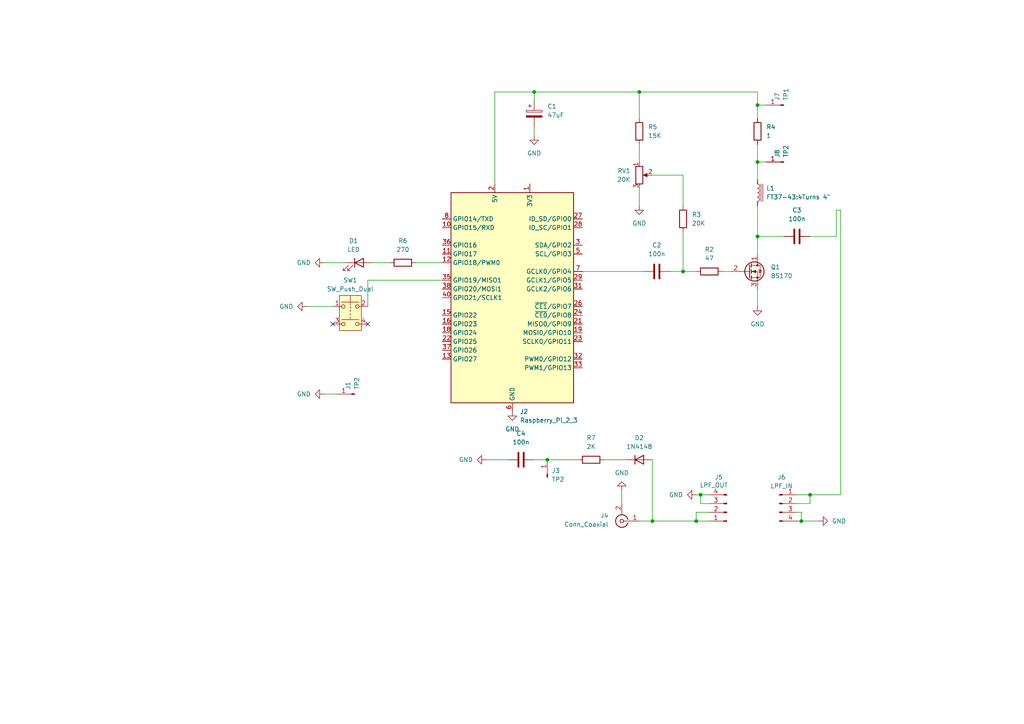
<source format=kicad_sch>
(kicad_sch (version 20231120) (generator "eeschema") (generator_version "8.0")
  (paper "A4")
  (lib_symbols
    (symbol "Connector:Conn_01x01_Pin" (pin_names (offset 1.016) hide)
      (property "Reference" "J" (at 0 2.54 0))
      (property "Value" "Conn_01x01_Pin" (at 0 -2.54 0))
      (symbol "Conn_01x01_Pin_1_1"
        (polyline (pts (xy 1.27 0) (xy 0.8636 0)) (stroke (width 0.1524)))
        (rectangle (start 0.8636 0.127) (end 0 -0.127) (stroke (width 0.1524)) (fill (type outline)))
        (pin passive line (at 5.08 0 180) (length 3.81) (name "Pin_1") (number "1"))
      )
    )
    (symbol "Connector:Conn_01x04_Pin" (pin_names (offset 1.016) hide)
      (property "Reference" "J" (at 0 5.08 0))
      (property "Value" "Conn_01x04_Pin" (at 0 -7.62 0))
      (symbol "Conn_01x04_Pin_1_1"
        (polyline (pts (xy 1.27 -5.08) (xy 0.8636 -5.08)) (stroke (width 0.1524)))
        (polyline (pts (xy 1.27 -2.54) (xy 0.8636 -2.54)) (stroke (width 0.1524)))
        (polyline (pts (xy 1.27 0) (xy 0.8636 0)) (stroke (width 0.1524)))
        (polyline (pts (xy 1.27 2.54) (xy 0.8636 2.54)) (stroke (width 0.1524)))
        (rectangle (start 0.8636 -4.953) (end 0 -5.207) (stroke (width 0.1524)) (fill (type outline)))
        (rectangle (start 0.8636 -2.413) (end 0 -2.667) (stroke (width 0.1524)) (fill (type outline)))
        (rectangle (start 0.8636 0.127) (end 0 -0.127) (stroke (width 0.1524)) (fill (type outline)))
        (rectangle (start 0.8636 2.667) (end 0 2.413) (stroke (width 0.1524)) (fill (type outline)))
        (pin passive line (at 5.08 2.54 180) (length 3.81) (name "Pin_1") (number "1"))
        (pin passive line (at 5.08 0 180) (length 3.81) (name "Pin_2") (number "2"))
        (pin passive line (at 5.08 -2.54 180) (length 3.81) (name "Pin_3") (number "3"))
        (pin passive line (at 5.08 -5.08 180) (length 3.81) (name "Pin_4") (number "4"))
      )
    )
    (symbol "Connector:Conn_Coaxial" (pin_names (offset 1.016) hide)
      (property "Reference" "J" (at 0.254 3.048 0))
      (property "Value" "Conn_Coaxial" (at 2.921 0 90))
      (symbol "Conn_Coaxial_0_1"
        (arc (start -1.778 -0.508) (mid 0.2311 -1.8066) (end 1.778 0) (stroke (width 0.254)))
        (polyline (pts (xy -2.54 0) (xy -0.508 0)))
        (polyline (pts (xy 0 -2.54) (xy 0 -1.778)))
        (circle (center 0 0) (radius 0.508) (stroke (width 0.2032)))
        (arc (start 1.778 0) (mid 0.2099 1.8101) (end -1.778 0.508) (stroke (width 0.254)))
      )
      (symbol "Conn_Coaxial_1_1"
        (pin passive line (at -5.08 0 0) (length 2.54) (name "In") (number "1"))
        (pin passive line (at 0 -5.08 90) (length 2.54) (name "Ext") (number "2"))
      )
    )
    (symbol "Connector:Raspberry_Pi_2_3"
      (property "Reference" "J" (at -17.78 31.75 0))
      (property "Value" "Raspberry_Pi_2_3" (at 10.16 -31.75 0))
      (symbol "Raspberry_Pi_2_3_0_1"
        (rectangle (start -17.78 30.48) (end 17.78 -30.48) (stroke (width 0.254)) (fill (type background)))
      )
      (symbol "Raspberry_Pi_2_3_1_1"
        (pin power_in line (at 5.08 33.02 270) (length 2.54) (name "3V3") (number "1"))
        (pin bidirectional line (at -20.32 20.32 0) (length 2.54) (name "GPIO15/RXD") (number "10"))
        (pin bidirectional line (at -20.32 12.7 0) (length 2.54) (name "GPIO17") (number "11"))
        (pin bidirectional line (at -20.32 10.16 0) (length 2.54) (name "GPIO18/PWM0") (number "12"))
        (pin bidirectional line (at -20.32 -17.78 0) (length 2.54) (name "GPIO27") (number "13"))
        (pin passive line (at 0 -33.02 90) (length 2.54) hide (name "GND") (number "14"))
        (pin bidirectional line (at -20.32 -5.08 0) (length 2.54) (name "GPIO22") (number "15"))
        (pin bidirectional line (at -20.32 -7.62 0) (length 2.54) (name "GPIO23") (number "16"))
        (pin passive line (at 5.08 33.02 270) (length 2.54) hide (name "3V3") (number "17"))
        (pin bidirectional line (at -20.32 -10.16 0) (length 2.54) (name "GPIO24") (number "18"))
        (pin bidirectional line (at 20.32 -10.16 180) (length 2.54) (name "MOSI0/GPIO10") (number "19"))
        (pin power_in line (at -5.08 33.02 270) (length 2.54) (name "5V") (number "2"))
        (pin passive line (at 0 -33.02 90) (length 2.54) hide (name "GND") (number "20"))
        (pin bidirectional line (at 20.32 -7.62 180) (length 2.54) (name "MISO0/GPIO9") (number "21"))
        (pin bidirectional line (at -20.32 -12.7 0) (length 2.54) (name "GPIO25") (number "22"))
        (pin bidirectional line (at 20.32 -12.7 180) (length 2.54) (name "SCLK0/GPIO11") (number "23"))
        (pin bidirectional line (at 20.32 -5.08 180) (length 2.54) (name "~{CE0}/GPIO8") (number "24"))
        (pin passive line (at 0 -33.02 90) (length 2.54) hide (name "GND") (number "25"))
        (pin bidirectional line (at 20.32 -2.54 180) (length 2.54) (name "~{CE1}/GPIO7") (number "26"))
        (pin bidirectional line (at 20.32 22.86 180) (length 2.54) (name "ID_SD/GPIO0") (number "27"))
        (pin bidirectional line (at 20.32 20.32 180) (length 2.54) (name "ID_SC/GPIO1") (number "28"))
        (pin bidirectional line (at 20.32 5.08 180) (length 2.54) (name "GCLK1/GPIO5") (number "29"))
        (pin bidirectional line (at 20.32 15.24 180) (length 2.54) (name "SDA/GPIO2") (number "3"))
        (pin passive line (at 0 -33.02 90) (length 2.54) hide (name "GND") (number "30"))
        (pin bidirectional line (at 20.32 2.54 180) (length 2.54) (name "GCLK2/GPIO6") (number "31"))
        (pin bidirectional line (at 20.32 -17.78 180) (length 2.54) (name "PWM0/GPIO12") (number "32"))
        (pin bidirectional line (at 20.32 -20.32 180) (length 2.54) (name "PWM1/GPIO13") (number "33"))
        (pin passive line (at 0 -33.02 90) (length 2.54) hide (name "GND") (number "34"))
        (pin bidirectional line (at -20.32 5.08 0) (length 2.54) (name "GPIO19/MISO1") (number "35"))
        (pin bidirectional line (at -20.32 15.24 0) (length 2.54) (name "GPIO16") (number "36"))
        (pin bidirectional line (at -20.32 -15.24 0) (length 2.54) (name "GPIO26") (number "37"))
        (pin bidirectional line (at -20.32 2.54 0) (length 2.54) (name "GPIO20/MOSI1") (number "38"))
        (pin passive line (at 0 -33.02 90) (length 2.54) hide (name "GND") (number "39"))
        (pin passive line (at -5.08 33.02 270) (length 2.54) hide (name "5V") (number "4"))
        (pin bidirectional line (at -20.32 0 0) (length 2.54) (name "GPIO21/SCLK1") (number "40"))
        (pin bidirectional line (at 20.32 12.7 180) (length 2.54) (name "SCL/GPIO3") (number "5"))
        (pin power_in line (at 0 -33.02 90) (length 2.54) (name "GND") (number "6"))
        (pin bidirectional line (at 20.32 7.62 180) (length 2.54) (name "GCLK0/GPIO4") (number "7"))
        (pin bidirectional line (at -20.32 22.86 0) (length 2.54) (name "GPIO14/TXD") (number "8"))
        (pin passive line (at 0 -33.02 90) (length 2.54) hide (name "GND") (number "9"))
      )
    )
    (symbol "Device:C" (pin_numbers hide) (pin_names (offset 0.254))
      (property "Reference" "C" (at 0.635 2.54 0))
      (property "Value" "C" (at 0.635 -2.54 0))
      (symbol "C_0_1"
        (polyline (pts (xy -2.032 -0.762) (xy 2.032 -0.762)) (stroke (width 0.508)))
        (polyline (pts (xy -2.032 0.762) (xy 2.032 0.762)) (stroke (width 0.508)))
      )
      (symbol "C_1_1"
        (pin passive line (at 0 3.81 270) (length 2.794) (name "~") (number "1"))
        (pin passive line (at 0 -3.81 90) (length 2.794) (name "~") (number "2"))
      )
    )
    (symbol "Device:C_Polarized" (pin_numbers hide) (pin_names (offset 0.254))
      (property "Reference" "C" (at 0.635 2.54 0))
      (property "Value" "C_Polarized" (at 0.635 -2.54 0))
      (symbol "C_Polarized_0_1"
        (rectangle (start -2.286 0.508) (end 2.286 1.016))
        (polyline (pts (xy -1.778 2.286) (xy -0.762 2.286)))
        (polyline (pts (xy -1.27 2.794) (xy -1.27 1.778)))
        (rectangle (start 2.286 -0.508) (end -2.286 -1.016) (fill (type outline)))
      )
      (symbol "C_Polarized_1_1"
        (pin passive line (at 0 3.81 270) (length 2.794) (name "~") (number "1"))
        (pin passive line (at 0 -3.81 90) (length 2.794) (name "~") (number "2"))
      )
    )
    (symbol "Device:LED" (pin_numbers hide) (pin_names (offset 1.016) hide)
      (property "Reference" "D" (at 0 2.54 0))
      (property "Value" "LED" (at 0 -2.54 0))
      (symbol "LED_0_1"
        (polyline (pts (xy -1.27 -1.27) (xy -1.27 1.27)) (stroke (width 0.254)))
        (polyline (pts (xy -1.27 0) (xy 1.27 0)))
        (polyline (pts (xy 1.27 -1.27) (xy 1.27 1.27) (xy -1.27 0) (xy 1.27 -1.27)) (stroke (width 0.254)))
        (polyline (pts (xy -3.048 -0.762) (xy -4.572 -2.286) (xy -3.81 -2.286) (xy -4.572 -2.286) (xy -4.572 -1.524)))
        (polyline (pts (xy -1.778 -0.762) (xy -3.302 -2.286) (xy -2.54 -2.286) (xy -3.302 -2.286) (xy -3.302 -1.524)))
      )
      (symbol "LED_1_1"
        (pin passive line (at -3.81 0 0) (length 2.54) (name "K") (number "1"))
        (pin passive line (at 3.81 0 180) (length 2.54) (name "A") (number "2"))
      )
    )
    (symbol "Device:L_Iron" (pin_numbers hide) (pin_names (offset 1.016) hide)
      (property "Reference" "L" (at -1.27 0 90))
      (property "Value" "L_Iron" (at 2.794 0 90))
      (symbol "L_Iron_0_1"
        (arc (start 0 -2.54) (mid 0.6323 -1.905) (end 0 -1.27))
        (arc (start 0 -1.27) (mid 0.6323 -0.635) (end 0 0))
        (polyline (pts (xy 1.016 2.54) (xy 1.016 -2.54)))
        (polyline (pts (xy 1.524 -2.54) (xy 1.524 2.54)))
        (arc (start 0 0) (mid 0.6323 0.635) (end 0 1.27))
        (arc (start 0 1.27) (mid 0.6323 1.905) (end 0 2.54))
      )
      (symbol "L_Iron_1_1"
        (pin passive line (at 0 3.81 270) (length 1.27) (name "1") (number "1"))
        (pin passive line (at 0 -3.81 90) (length 1.27) (name "2") (number "2"))
      )
    )
    (symbol "Device:R" (pin_numbers hide) (pin_names (offset 0))
      (property "Reference" "R" (at 2.032 0 90))
      (property "Value" "R" (at 0 0 90))
      (symbol "R_0_1"
        (rectangle (start -1.016 -2.54) (end 1.016 2.54) (stroke (width 0.254)))
      )
      (symbol "R_1_1"
        (pin passive line (at 0 3.81 270) (length 1.27) (name "~") (number "1"))
        (pin passive line (at 0 -3.81 90) (length 1.27) (name "~") (number "2"))
      )
    )
    (symbol "Device:R_Potentiometer" (pin_names (offset 1.016) hide)
      (property "Reference" "RV" (at -4.445 0 90))
      (property "Value" "R_Potentiometer" (at -2.54 0 90))
      (symbol "R_Potentiometer_0_1"
        (polyline (pts (xy 2.54 0) (xy 1.524 0)))
        (polyline (pts (xy 1.143 0) (xy 2.286 0.508) (xy 2.286 -0.508) (xy 1.143 0)) (fill (type outline)))
        (rectangle (start 1.016 2.54) (end -1.016 -2.54) (stroke (width 0.254)))
      )
      (symbol "R_Potentiometer_1_1"
        (pin passive line (at 0 3.81 270) (length 1.27) (name "1") (number "1"))
        (pin passive line (at 3.81 0 180) (length 1.27) (name "2") (number "2"))
        (pin passive line (at 0 -3.81 90) (length 1.27) (name "3") (number "3"))
      )
    )
    (symbol "Diode:1N4148" (pin_numbers hide) (pin_names hide)
      (property "Reference" "D" (at 0 2.54 0))
      (property "Value" "1N4148" (at 0 -2.54 0))
      (symbol "1N4148_0_1"
        (polyline (pts (xy -1.27 1.27) (xy -1.27 -1.27)) (stroke (width 0.254)))
        (polyline (pts (xy 1.27 0) (xy -1.27 0)))
        (polyline (pts (xy 1.27 1.27) (xy 1.27 -1.27) (xy -1.27 0) (xy 1.27 1.27)) (stroke (width 0.254)))
      )
      (symbol "1N4148_1_1"
        (pin passive line (at -3.81 0 0) (length 2.54) (name "K") (number "1"))
        (pin passive line (at 3.81 0 180) (length 2.54) (name "A") (number "2"))
      )
    )
    (symbol "Switch:SW_Push_Dual" (pin_names (offset 1.016) hide)
      (property "Reference" "SW" (at 0 7.62 0))
      (property "Value" "SW_Push_Dual" (at 0 -6.35 0))
      (symbol "SW_Push_Dual_0_1"
        (circle (center -2.032 -2.54) (radius 0.508))
        (circle (center -2.032 2.54) (radius 0.508))
        (polyline (pts (xy 0 -0.508) (xy 0 -1.016)))
        (polyline (pts (xy 0 0.508) (xy 0 0)))
        (polyline (pts (xy 0 1.016) (xy 0 1.524)))
        (polyline (pts (xy 0 2.032) (xy 0 2.54)))
        (polyline (pts (xy 0 3.048) (xy 0 3.556)))
        (polyline (pts (xy 0 3.81) (xy 0 5.588)))
        (polyline (pts (xy 2.54 -1.27) (xy -2.54 -1.27)))
        (polyline (pts (xy 2.54 3.81) (xy -2.54 3.81)))
        (circle (center 2.032 -2.54) (radius 0.508))
        (circle (center 2.032 2.54) (radius 0.508))
        (pin passive line (at -5.08 2.54 0) (length 2.54) (name "1") (number "1"))
        (pin passive line (at 5.08 2.54 180) (length 2.54) (name "2") (number "2"))
        (pin passive line (at -5.08 -2.54 0) (length 2.54) (name "3") (number "3"))
        (pin passive line (at 5.08 -2.54 180) (length 2.54) (name "4") (number "4"))
      )
      (symbol "SW_Push_Dual_1_1"
        (rectangle (start -3.175 5.715) (end 3.175 -4.445) (fill (type background)))
      )
    )
    (symbol "Transistor_FET:BS170" (pin_names hide)
      (property "Reference" "Q" (at 5.08 1.905 0))
      (property "Value" "BS170" (at 5.08 0 0))
      (symbol "BS170_0_1"
        (polyline (pts (xy 0.254 0) (xy -2.54 0)))
        (polyline (pts (xy 0.254 1.905) (xy 0.254 -1.905)) (stroke (width 0.254)))
        (polyline (pts (xy 0.762 -1.27) (xy 0.762 -2.286)) (stroke (width 0.254)))
        (polyline (pts (xy 0.762 0.508) (xy 0.762 -0.508)) (stroke (width 0.254)))
        (polyline (pts (xy 0.762 2.286) (xy 0.762 1.27)) (stroke (width 0.254)))
        (polyline (pts (xy 2.54 2.54) (xy 2.54 1.778)))
        (polyline (pts (xy 2.54 -2.54) (xy 2.54 0) (xy 0.762 0)))
        (polyline (pts (xy 0.762 -1.778) (xy 3.302 -1.778) (xy 3.302 1.778) (xy 0.762 1.778)))
        (polyline (pts (xy 1.016 0) (xy 2.032 0.381) (xy 2.032 -0.381) (xy 1.016 0)) (fill (type outline)))
        (polyline (pts (xy 2.794 0.508) (xy 2.921 0.381) (xy 3.683 0.381) (xy 3.81 0.254)))
        (polyline (pts (xy 3.302 0.381) (xy 2.921 -0.254) (xy 3.683 -0.254) (xy 3.302 0.381)))
        (circle (center 1.651 0) (radius 2.794) (stroke (width 0.254)))
        (circle (center 2.54 -1.778) (radius 0.254) (fill (type outline)))
        (circle (center 2.54 1.778) (radius 0.254) (fill (type outline)))
      )
      (symbol "BS170_1_1"
        (pin passive line (at 2.54 5.08 270) (length 2.54) (name "D") (number "1"))
        (pin input line (at -5.08 0 0) (length 2.54) (name "G") (number "2"))
        (pin passive line (at 2.54 -5.08 90) (length 2.54) (name "S") (number "3"))
      )
    )
    (symbol "power:GND" (power) (pin_numbers hide) (pin_names (offset 0) hide)
      (property "Value" "GND" (at 0 -3.81 0))
      (symbol "GND_0_1"
        (polyline (pts (xy 0 0) (xy 0 -1.27) (xy 1.27 -1.27) (xy 0 -2.54) (xy -1.27 -1.27) (xy 0 -1.27)))
      )
      (symbol "GND_1_1"
        (pin power_in line (at 0 0 270) (length 0) (name "~") (number "1"))
      )
    )
  )
  (junction (at 201.93 151.13))
  (junction (at 219.71 30.48))
  (junction (at 189.23 151.13))
  (junction (at 158.75 133.35))
  (junction (at 185.42 26.67))
  (junction (at 154.94 26.67))
  (junction (at 219.71 68.58))
  (junction (at 219.71 46.99))
  (junction (at 203.2 143.51))
  (junction (at 198.12 78.74))
  (junction (at 232.41 151.13))
  (junction (at 234.95 143.51))
  (no_connect (at 96.52 93.98))
  (no_connect (at 106.68 93.98))
  (wire (pts (xy 154.94 133.35) (xy 158.75 133.35)))
  (wire (pts (xy 205.74 146.05) (xy 203.2 146.05)))
  (wire (pts (xy 93.98 76.2) (xy 100.33 76.2)))
  (wire (pts (xy 242.57 60.96) (xy 243.84 60.96)))
  (wire (pts (xy 201.93 143.51) (xy 203.2 143.51)))
  (wire (pts (xy 205.74 148.59) (xy 201.93 148.59)))
  (wire (pts (xy 198.12 78.74) (xy 201.93 78.74)))
  (wire (pts (xy 219.71 26.67) (xy 185.42 26.67)))
  (wire (pts (xy 219.71 46.99) (xy 219.71 52.07)))
  (wire (pts (xy 198.12 50.8) (xy 198.12 59.69)))
  (wire (pts (xy 189.23 133.35) (xy 189.23 151.13)))
  (wire (pts (xy 189.23 151.13) (xy 201.93 151.13)))
  (wire (pts (xy 198.12 67.31) (xy 198.12 78.74)))
  (wire (pts (xy 185.42 26.67) (xy 185.42 34.29)))
  (wire (pts (xy 154.94 26.67) (xy 185.42 26.67)))
  (wire (pts (xy 219.71 68.58) (xy 219.71 73.66)))
  (wire (pts (xy 231.14 148.59) (xy 232.41 148.59)))
  (wire (pts (xy 219.71 46.99) (xy 222.25 46.99)))
  (wire (pts (xy 242.57 68.58) (xy 234.95 68.58)))
  (wire (pts (xy 243.84 60.96) (xy 243.84 143.51)))
  (wire (pts (xy 232.41 151.13) (xy 237.49 151.13)))
  (wire (pts (xy 234.95 146.05) (xy 234.95 143.51)))
  (wire (pts (xy 219.71 41.91) (xy 219.71 46.99)))
  (wire (pts (xy 88.9 88.9) (xy 96.52 88.9)))
  (wire (pts (xy 231.14 143.51) (xy 234.95 143.51)))
  (wire (pts (xy 185.42 54.61) (xy 185.42 59.69)))
  (wire (pts (xy 143.51 26.67) (xy 154.94 26.67)))
  (wire (pts (xy 120.65 76.2) (xy 128.27 76.2)))
  (wire (pts (xy 209.55 78.74) (xy 212.09 78.74)))
  (wire (pts (xy 175.26 133.35) (xy 181.61 133.35)))
  (wire (pts (xy 234.95 143.51) (xy 243.84 143.51)))
  (wire (pts (xy 158.75 133.35) (xy 167.64 133.35)))
  (wire (pts (xy 128.27 81.28) (xy 106.68 81.28)))
  (wire (pts (xy 203.2 146.05) (xy 203.2 143.51)))
  (wire (pts (xy 143.51 53.34) (xy 143.51 26.67)))
  (wire (pts (xy 194.31 78.74) (xy 198.12 78.74)))
  (wire (pts (xy 106.68 81.28) (xy 106.68 88.9)))
  (wire (pts (xy 232.41 148.59) (xy 232.41 151.13)))
  (wire (pts (xy 154.94 36.83) (xy 154.94 39.37)))
  (wire (pts (xy 242.57 60.96) (xy 242.57 68.58)))
  (wire (pts (xy 219.71 68.58) (xy 227.33 68.58)))
  (wire (pts (xy 185.42 151.13) (xy 189.23 151.13)))
  (wire (pts (xy 107.95 76.2) (xy 113.03 76.2)))
  (wire (pts (xy 201.93 148.59) (xy 201.93 151.13)))
  (wire (pts (xy 189.23 50.8) (xy 198.12 50.8)))
  (wire (pts (xy 201.93 151.13) (xy 205.74 151.13)))
  (wire (pts (xy 219.71 34.29) (xy 219.71 30.48)))
  (wire (pts (xy 168.91 78.74) (xy 186.69 78.74)))
  (wire (pts (xy 219.71 83.82) (xy 219.71 88.9)))
  (wire (pts (xy 219.71 30.48) (xy 219.71 26.67)))
  (wire (pts (xy 231.14 151.13) (xy 232.41 151.13)))
  (wire (pts (xy 203.2 143.51) (xy 205.74 143.51)))
  (wire (pts (xy 185.42 41.91) (xy 185.42 46.99)))
  (wire (pts (xy 154.94 26.67) (xy 154.94 29.21)))
  (wire (pts (xy 93.98 114.3) (xy 97.79 114.3)))
  (wire (pts (xy 219.71 30.48) (xy 222.25 30.48)))
  (wire (pts (xy 140.97 133.35) (xy 147.32 133.35)))
  (wire (pts (xy 219.71 59.69) (xy 219.71 68.58)))
  (wire (pts (xy 231.14 146.05) (xy 234.95 146.05)))
  (wire (pts (xy 180.34 142.24) (xy 180.34 146.05)))
  (symbol (lib_id "Connector:Raspberry_Pi_2_3") (at 148.59 86.36 0) (unit 1)
    (property "Reference" "J2" (at 150.7841 119.38 0) (effects (justify left)))
    (property "Value" "Raspberry_Pi_2_3" (at 150.7841 121.92 0) (effects (justify left)))
    (property "Footprint" "Connector_PinHeader_2.54mm:PinHeader_2x20_P2.54mm_Vertical" (effects (hide yes)))
    (property "Datasheet" "https://www.raspberrypi.org/documentation/hardware/raspberrypi/schematics/rpi_SCH_3bplus_1p0_reduced.pdf" (effects (hide yes)))
    (property "Description" "expansion header for Raspberry Pi 2 & 3" (effects (hide yes)))
  )
  (symbol (lib_id "Device:R") (at 171.45 133.35 90) (unit 1)
    (property "Reference" "R7" (at 171.45 127 90))
    (property "Value" "2K" (at 171.45 129.54 90))
    (property "Footprint" "Resistor_THT:R_Axial_DIN0207_L6.3mm_D2.5mm_P7.62mm_Horizontal" (effects (hide yes)))
    (property "Description" "Resistor" (effects (hide yes)))
  )
  (symbol (lib_id "Connector:Conn_01x01_Pin") (at 102.87 114.3 180) (unit 1)
    (property "Reference" "J1" (at 100.9649 113.03 90) (effects (justify right)))
    (property "Value" "TP2" (at 103.5049 113.03 90) (effects (justify right)))
    (property "Footprint" "Connector_PinHeader_2.54mm:PinHeader_1x01_P2.54mm_Vertical" (effects (hide yes)))
    (property "Description" "Generic connector, single row, 01x01, script generated" (effects (hide yes)))
  )
  (symbol (lib_id "power:GND") (at 154.94 39.37 0) (unit 1)
    (property "Reference" "#PWR05" (effects (hide yes)))
    (property "Value" "GND" (at 154.94 44.45 0))
    (property "Description" "Power symbol creates a global label with name \"GND\" , ground" (effects (hide yes)))
  )
  (symbol (lib_id "power:GND") (at 185.42 59.69 0) (unit 1)
    (property "Reference" "#PWR07" (effects (hide yes)))
    (property "Value" "GND" (at 185.42 64.77 0))
    (property "Description" "Power symbol creates a global label with name \"GND\" , ground" (effects (hide yes)))
  )
  (symbol (lib_id "Device:R") (at 198.12 63.5 0) (unit 1)
    (property "Reference" "R3" (at 200.66 62.2299 0) (effects (justify left)))
    (property "Value" "20K" (at 200.66 64.7699 0) (effects (justify left)))
    (property "Footprint" "Resistor_THT:R_Axial_DIN0207_L6.3mm_D2.5mm_P7.62mm_Horizontal" (effects (hide yes)))
    (property "Description" "Resistor" (effects (hide yes)))
  )
  (symbol (lib_id "power:GND") (at 93.98 114.3 270) (unit 1)
    (property "Reference" "#PWR03" (effects (hide yes)))
    (property "Value" "GND" (at 90.17 114.2999 90) (effects (justify right)))
    (property "Description" "Power symbol creates a global label with name \"GND\" , ground" (effects (hide yes)))
  )
  (symbol (lib_id "Device:R") (at 205.74 78.74 90) (unit 1)
    (property "Reference" "R2" (at 205.74 72.39 90))
    (property "Value" "47" (at 205.74 74.93 90))
    (property "Footprint" "Resistor_THT:R_Axial_DIN0207_L6.3mm_D2.5mm_P7.62mm_Horizontal" (effects (hide yes)))
    (property "Description" "Resistor" (effects (hide yes)))
  )
  (symbol (lib_id "power:GND") (at 180.34 142.24 180) (unit 1)
    (property "Reference" "#PWR06" (effects (hide yes)))
    (property "Value" "GND" (at 180.34 137.16 0))
    (property "Description" "Power symbol creates a global label with name \"GND\" , ground" (effects (hide yes)))
  )
  (symbol (lib_id "power:GND") (at 93.98 76.2 270) (unit 1)
    (property "Reference" "#PWR02" (effects (hide yes)))
    (property "Value" "GND" (at 90.17 76.1999 90) (effects (justify right)))
    (property "Description" "Power symbol creates a global label with name \"GND\" , ground" (effects (hide yes)))
  )
  (symbol (lib_id "power:GND") (at 237.49 151.13 90) (unit 1)
    (property "Reference" "#PWR08" (effects (hide yes)))
    (property "Value" "GND" (at 241.3 151.1299 90) (effects (justify right)))
    (property "Description" "Power symbol creates a global label with name \"GND\" , ground" (effects (hide yes)))
  )
  (symbol (lib_id "Device:R") (at 116.84 76.2 90) (unit 1)
    (property "Reference" "R6" (at 116.84 69.85 90))
    (property "Value" "270" (at 116.84 72.39 90))
    (property "Footprint" "Resistor_THT:R_Axial_DIN0207_L6.3mm_D2.5mm_P7.62mm_Horizontal" (effects (hide yes)))
    (property "Description" "Resistor" (effects (hide yes)))
  )
  (symbol (lib_id "Device:R_Potentiometer") (at 185.42 50.8 0) (unit 1)
    (property "Reference" "RV1" (at 182.88 49.5299 0) (effects (justify right)))
    (property "Value" "20K" (at 182.88 52.0699 0) (effects (justify right)))
    (property "Footprint" "Potentiometer_THT:Potentiometer_Piher_PT-6-V_Vertical" (effects (hide yes)))
    (property "Description" "Potentiometer" (effects (hide yes)))
  )
  (symbol (lib_id "Diode:1N4148") (at 185.42 133.35 0) (unit 1)
    (property "Reference" "D2" (at 185.42 127 0))
    (property "Value" "1N4148" (at 185.42 129.54 0))
    (property "Footprint" "Diode_THT:D_DO-35_SOD27_P7.62mm_Horizontal" (effects (hide yes)))
    (property "Datasheet" "https://assets.nexperia.com/documents/data-sheet/1N4148_1N4448.pdf" (effects (hide yes)))
    (property "Description" "100V 0.15A standard switching diode, DO-35" (effects (hide yes)))
    (property "Sim.Device" "D" (effects (hide yes)))
    (property "Sim.Pins" "1=K 2=A" (effects (hide yes)))
  )
  (symbol (lib_id "Device:C_Polarized") (at 154.94 33.02 0) (unit 1)
    (property "Reference" "C1" (at 158.75 30.8609 0) (effects (justify left)))
    (property "Value" "47uF" (at 158.75 33.4009 0) (effects (justify left)))
    (property "Footprint" "Capacitor_THT:CP_Radial_D5.0mm_P2.50mm" (effects (hide yes)))
    (property "Description" "Polarized capacitor" (effects (hide yes)))
  )
  (symbol (lib_id "power:GND") (at 201.93 143.51 270) (unit 1)
    (property "Reference" "#PWR010" (effects (hide yes)))
    (property "Value" "GND" (at 198.12 143.5099 90) (effects (justify right)))
    (property "Description" "Power symbol creates a global label with name \"GND\" , ground" (effects (hide yes)))
  )
  (symbol (lib_id "Connector:Conn_01x01_Pin") (at 227.33 46.99 180) (unit 1)
    (property "Reference" "J8" (at 225.4249 45.72 90) (effects (justify right)))
    (property "Value" "TP2" (at 227.9649 45.72 90) (effects (justify right)))
    (property "Footprint" "Connector_PinHeader_2.54mm:PinHeader_1x01_P2.54mm_Vertical" (effects (hide yes)))
    (property "Description" "Generic connector, single row, 01x01, script generated" (effects (hide yes)))
  )
  (symbol (lib_id "Connector:Conn_01x04_Pin") (at 226.06 146.05 0) (unit 1)
    (property "Reference" "J6" (at 226.695 138.43 0))
    (property "Value" "LPF_IN" (at 226.695 140.97 0))
    (property "Footprint" "Connector_PinHeader_2.54mm:PinHeader_1x04_P2.54mm_Vertical" (effects (hide yes)))
    (property "Description" "Generic connector, single row, 01x04, script generated" (effects (hide yes)))
  )
  (symbol (lib_id "Device:C") (at 231.14 68.58 90) (unit 1)
    (property "Reference" "C3" (at 231.14 60.96 90))
    (property "Value" "100n" (at 231.14 63.5 90))
    (property "Footprint" "Capacitor_THT:C_Disc_D6.0mm_W2.5mm_P5.00mm" (effects (hide yes)))
    (property "Description" "Unpolarized capacitor" (effects (hide yes)))
  )
  (symbol (lib_id "power:GND") (at 140.97 133.35 270) (unit 1)
    (property "Reference" "#PWR04" (effects (hide yes)))
    (property "Value" "GND" (at 137.16 133.3499 90) (effects (justify right)))
    (property "Description" "Power symbol creates a global label with name \"GND\" , ground" (effects (hide yes)))
  )
  (symbol (lib_id "power:GND") (at 148.59 119.38 0) (unit 1)
    (property "Reference" "#PWR011" (effects (hide yes)))
    (property "Value" "GND" (at 148.59 124.46 0))
    (property "Description" "Power symbol creates a global label with name \"GND\" , ground" (effects (hide yes)))
  )
  (symbol (lib_id "power:GND") (at 88.9 88.9 270) (unit 1)
    (property "Reference" "#PWR01" (effects (hide yes)))
    (property "Value" "GND" (at 85.09 88.8999 90) (effects (justify right)))
    (property "Description" "Power symbol creates a global label with name \"GND\" , ground" (effects (hide yes)))
  )
  (symbol (lib_id "Device:R") (at 185.42 38.1 0) (unit 1)
    (property "Reference" "R5" (at 187.96 36.8299 0) (effects (justify left)))
    (property "Value" "15K" (at 187.96 39.3699 0) (effects (justify left)))
    (property "Footprint" "Resistor_THT:R_Axial_DIN0207_L6.3mm_D2.5mm_P7.62mm_Horizontal" (effects (hide yes)))
    (property "Description" "Resistor" (effects (hide yes)))
  )
  (symbol (lib_id "Connector:Conn_01x01_Pin") (at 158.75 138.43 90) (unit 1)
    (property "Reference" "J3" (at 160.02 136.5249 90) (effects (justify right)))
    (property "Value" "TP2" (at 160.02 139.0649 90) (effects (justify right)))
    (property "Footprint" "Connector_PinHeader_2.54mm:PinHeader_1x01_P2.54mm_Vertical" (effects (hide yes)))
    (property "Description" "Generic connector, single row, 01x01, script generated" (effects (hide yes)))
  )
  (symbol (lib_id "Connector:Conn_01x01_Pin") (at 227.33 30.48 180) (unit 1)
    (property "Reference" "J7" (at 225.4249 29.21 90) (effects (justify right)))
    (property "Value" "TP1" (at 227.9649 29.21 90) (effects (justify right)))
    (property "Footprint" "Connector_PinHeader_2.54mm:PinHeader_1x01_P2.54mm_Vertical" (effects (hide yes)))
    (property "Description" "Generic connector, single row, 01x01, script generated" (effects (hide yes)))
  )
  (symbol (lib_id "Transistor_FET:BS170") (at 217.17 78.74 0) (unit 1)
    (property "Reference" "Q1" (at 223.52 77.4699 0) (effects (justify left)))
    (property "Value" "BS170" (at 223.52 80.0099 0) (effects (justify left)))
    (property "Footprint" "Package_TO_SOT_THT:TO-92_Inline" (effects (hide yes)))
    (property "Datasheet" "https://www.onsemi.com/pub/Collateral/BS170-D.PDF" (effects (hide yes)))
    (property "Description" "0.5A Id, 60V Vds, N-Channel MOSFET, TO-92" (effects (hide yes)))
  )
  (symbol (lib_id "Switch:SW_Push_Dual") (at 101.6 91.44 0) (unit 1)
    (property "Reference" "SW1" (at 101.6 81.28 0))
    (property "Value" "SW_Push_Dual" (at 101.6 83.82 0))
    (property "Footprint" "Button_Switch_THT:SW_PUSH_6mm" (effects (hide yes)))
    (property "Description" "Push button switch, generic, symbol, four pins" (effects (hide yes)))
  )
  (symbol (lib_id "Connector:Conn_01x04_Pin") (at 210.82 148.59 180) (unit 1)
    (property "Reference" "J5" (at 207.264 138.43 0) (effects (justify right)))
    (property "Value" "LPF_OUT" (at 202.946 140.716 0) (effects (justify right)))
    (property "Footprint" "Connector_PinHeader_2.54mm:PinHeader_1x04_P2.54mm_Vertical" (effects (hide yes)))
    (property "Description" "Generic connector, single row, 01x04, script generated" (effects (hide yes)))
  )
  (symbol (lib_id "Device:C") (at 151.13 133.35 90) (unit 1)
    (property "Reference" "C4" (at 151.13 125.73 90))
    (property "Value" "100n" (at 151.13 128.27 90))
    (property "Footprint" "Capacitor_THT:C_Disc_D6.0mm_W2.5mm_P5.00mm" (effects (hide yes)))
    (property "Description" "Unpolarized capacitor" (effects (hide yes)))
  )
  (symbol (lib_id "Device:R") (at 219.71 38.1 0) (unit 1)
    (property "Reference" "R4" (at 222.25 36.8299 0) (effects (justify left)))
    (property "Value" "1" (at 222.25 39.3699 0) (effects (justify left)))
    (property "Footprint" "Resistor_THT:R_Axial_DIN0207_L6.3mm_D2.5mm_P7.62mm_Horizontal" (effects (hide yes)))
    (property "Description" "Resistor" (effects (hide yes)))
  )
  (symbol (lib_id "Device:C") (at 190.5 78.74 90) (unit 1)
    (property "Reference" "C2" (at 190.5 71.12 90))
    (property "Value" "100n" (at 190.5 73.66 90))
    (property "Footprint" "Capacitor_THT:C_Disc_D6.0mm_W2.5mm_P5.00mm" (effects (hide yes)))
    (property "Description" "Unpolarized capacitor" (effects (hide yes)))
  )
  (symbol (lib_id "power:GND") (at 219.71 88.9 0) (unit 1)
    (property "Reference" "#PWR09" (effects (hide yes)))
    (property "Value" "GND" (at 219.71 93.98 0))
    (property "Description" "Power symbol creates a global label with name \"GND\" , ground" (effects (hide yes)))
  )
  (symbol (lib_id "Device:LED") (at 104.14 76.2 0) (unit 1)
    (property "Reference" "D1" (at 102.5525 69.85 0))
    (property "Value" "LED" (at 102.5525 72.39 0))
    (property "Footprint" "LED_SMD:LED_1210_3225Metric_Pad1.42x2.65mm_HandSolder" (effects (hide yes)))
    (property "Description" "Light emitting diode" (effects (hide yes)))
  )
  (symbol (lib_id "Device:L_Iron") (at 219.71 55.88 0) (unit 1)
    (property "Reference" "L1" (at 222.25 54.6099 0) (effects (justify left)))
    (property "Value" "FT37-43:4Turns 4\"" (at 222.25 57.1499 0) (effects (justify left)))
    (property "Footprint" "Inductor_THT:L_Axial_L9.5mm_D4.0mm_P15.24mm_Horizontal_Fastron_SMCC" (effects (hide yes)))
    (property "Description" "Inductor with iron core" (effects (hide yes)))
  )
  (symbol (lib_id "Connector:Conn_Coaxial") (at 180.34 151.13 180) (unit 1)
    (property "Reference" "J4" (at 176.53 149.5667 0) (effects (justify left)))
    (property "Value" "Conn_Coaxial" (at 176.53 152.1067 0) (effects (justify left)))
    (property "Footprint" "Connector_Coaxial:SMA_Samtec_SMA-J-P-H-ST-EM1_EdgeMount" (effects (hide yes)))
    (property "Description" "coaxial connector (BNC, SMA, SMB, SMC, Cinch/RCA, LEMO, ...)" (effects (hide yes)))
  )
)
</source>
